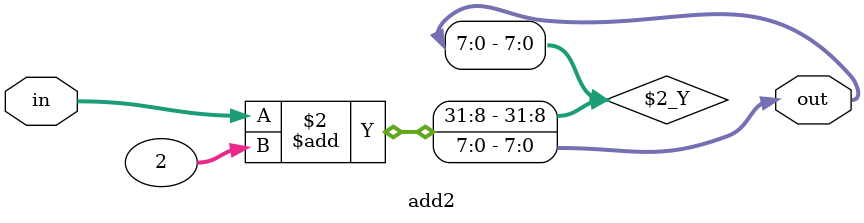
<source format=v>
`timescale 1ns / 1ps


module add1
    #(parameter INPUT_WIDTH = 8)
    (
    input [INPUT_WIDTH - 1:0] in, //input
	output reg [INPUT_WIDTH - 1:0] out //output the result
    );
    
    always @(*) begin 
        out = in + 1;
    end
endmodule

module add2
    #(parameter INPUT_WIDTH = 8)
    (
    input [INPUT_WIDTH - 1:0] in, //input
	output reg [INPUT_WIDTH - 1:0] out //output the result
    );
    
    always @(*) begin 
        out = in + 2;
    end
endmodule

</source>
